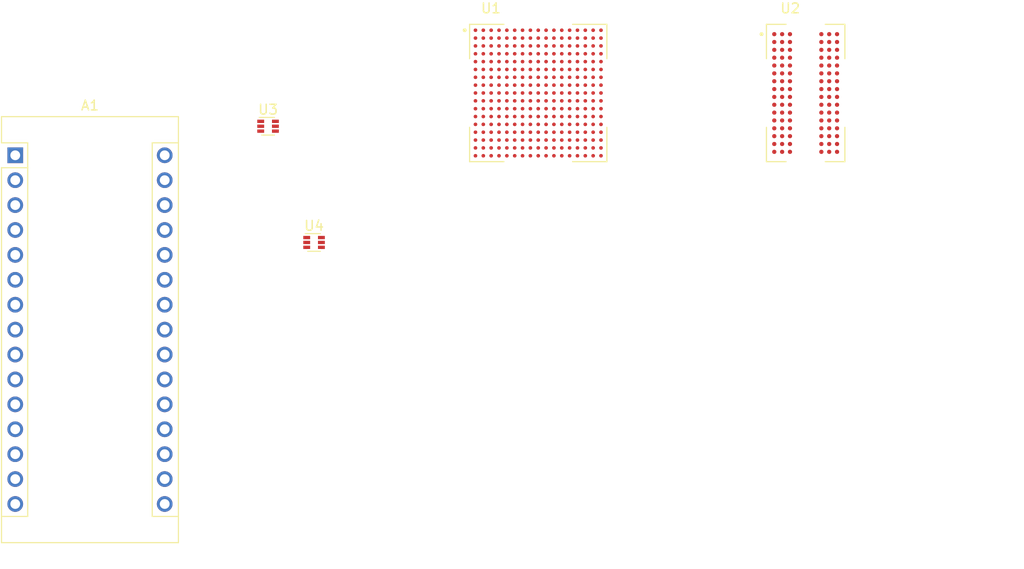
<source format=kicad_pcb>
(kicad_pcb (version 20211014) (generator pcbnew)
  (layers (0 "F.Cu" signal) (31 "B.Cu" signal) (34 "B.Paste" user) (35 "F.Paste" user) (36 "B.SilkS" user "B.Silkscreen") (37 "F.SilkS" user "F.Silkscreen") (38 "B.Mask" user) (39 "F.Mask" user) (44 "Edge.Cuts" user))
  (net 0 "")
  (net 1 "Net-(U1-PadA1)")
  (net 2 "/imx_mpu/mpu_f_sd/SD_DATA3")
  (net 17 "/imx_mpu/mpu_f_sd/SD_DATA2")
  (net 18 "/imx_mpu/mpu_f_sd/SD_DATA1")
  (net 19 "/imx_mpu/mpu_f_sd/SD_DATA0")
  (net 34 "/imx_mpu/mpu_f_sd/SD_CLK")
  (net 35 "/imx_mpu/mpu_f_sd/SD_CMD")
  (net 36 "DCDC_3v3")
  (net 82 "/imx_mpu/I2C2_SCL")
  (net 84 "Net-(U1-PadF10)")
  (net 89 "Net-(U1-PadG2)")
  (net 91 "/imx_mpu/mpu_b_dram/DRAM_RESET")
  (net 92 "Dram_1V35")
  (net 93 "/imx_mpu/I2C2_SDA")
  (net 94 "Net-(U1-PadG8)")
  (net 95 "Net-(U1-PadG10)")
  (net 96 "/imx_mpu/mpu_b_dram/DRAM_BA1")
  (net 100 "Net-(U1-PadH2)")
  (net 101 "Net-(U1-PadH4)")
  (net 103 "/imx_mpu/mpu_b_dram/DRAM_WE")
  (net 105 "Net-(U1-PadH12)")
  (net 106 "Net-(U1-PadH10)")
  (net 111 "/imx_mpu/mpu_b_dram/DRAM_CAS")
  (net 112 "Net-(U1-PadJ4)")
  (net 114 "Net-(U1-PadK1)")
  (net 120 "/imx_mpu/mpu_b_dram/DRAM_BA2")
  (net 121 "Net-(U1-PadK3)")
  (net 122 "Net-(U1-PadK4)")
  (net 123 "Net-(U1-PadL1)")
  (net 130 "Net-(U1-PadL2)")
  (net 131 "Net-(U1-PadL4)")
  (net 132 "Net-(U1-PadL5)")
  (net 133 "/imx_mpu/mpu_b_dram/DRAM_BA0")
  (net 134 "Net-(U1-PadL13)")
  (net 139 "Net-(U1-PadM2)")
  (net 140 "/imx_mpu/mpu_b_dram/DRAM_CKE")
  (net 141 "Net-(U1-PadM4)")
  (net 142 "/imx_mpu/mpu_b_dram/DRAM_RAS")
  (net 143 "GND")
  (net 144 "Net-(U1-PadM10)")
  (net 145 "/imx_mpu/mpu_a_io/TCK")
  (net 146 "/imx_mpu/mpu_b_dram/DRAM_ODT")
  (net 150 "/imx_mpu/mpu_b_dram/DRAM_CS0")
  (net 151 "Net-(U1-PadN4)")
  (net 152 "VDD_HIGH_CAP")
  (net 153 "/imx_mpu/mpu_a_io/JTAG_RESET")
  (net 160 "/imx_mpu/mpu_a_io/TDO")
  (net 161 "/imx_mpu/mpu_a_io/TDI")
  (net 162 "/imx_mpu/mpu_b_dram/DRAM_SDCLK0_P")
  (net 164 "/imx_mpu/mpu_b_dram/DRAM_SDCLK0_N")
  (net 165 "/imx_mpu/mpu_b_dram/Dram_vref")
  (net 166 "/imx_mpu/mpu_b_dram/DRAM_SDQS0_P")
  (net 167 "/imx_mpu/mpu_b_dram/DRAM_SDQS0_N")
  (net 168 "/imx_mpu/mpu_a_io/TMS")
  (net 175 "/imx_mpu/mpu_b_dram/DRAM_SDQS1_P")
  (net 183 "Net-(U1-PadR11)")
  (net 186 "Net-(U1-PadR14)")
  (net 187 "/imx_mpu/mpu_b_dram/DRAM_SDQS1_N")
  (net 188 "/imx_mpu/mpu_b_dram/DRAM_UDM")
  (net 189 "/imx_mpu/mpu_b_dram/DRAM_LDM")
  (net 190 "Net-(U1-PadT11)")
  (net 193 "/imx_mpu/USB1_VBUS")
  (net 194 "/imx_mpu/USB2_DN")
  (net 195 "/imx_mpu/USB1_DN")
  (net 196 "Net-(U1-PadT16)")
  (net 197 "Net-(U1-PadT17)")
  (net 198 "Net-(U1-PadU11)")
  (net 201 "/imx_mpu/USB2_VBUS")
  (net 202 "/imx_mpu/USB2_DP")
  (net 203 "/imx_mpu/USB1_DP")
  (net 204 "/imx_mpu/USB1_CHARGE_DETECT")
  (net 205 "Net-(U2-PadL8)")
  (net 209 "Net-(A1-Pad29)")
  (net 240 "Net-(U1-PadH13)")
  (net 241 "Net-(C46-Pad1)")
  (net 242 "Net-(C49-Pad2)")
  (net 243 "Net-(C49-Pad1)")
  (net 244 "Net-(R21-Pad2)")
  (net 245 "Net-(R23-Pad1)")
  (net 246 "3v3")
  (net 247 "Net-(C50-Pad2)")
  (net 250 "Net-(C50-Pad1)")
  (net 251 "/imx_mpu/mpu_b_dram/DAT13")
  (net 252 "/imx_mpu/mpu_b_dram/DAT12")
  (net 253 "/imx_mpu/mpu_b_dram/DAT15")
  (net 254 "/imx_mpu/mpu_b_dram/DAT14")
  (net 255 "/imx_mpu/mpu_b_dram/DAT11")
  (net 256 "/imx_mpu/mpu_b_dram/DAT00")
  (net 257 "/imx_mpu/mpu_b_dram/DAT06")
  (net 258 "/imx_mpu/mpu_b_dram/DAT02")
  (net 259 "/imx_mpu/mpu_b_dram/DAT05")
  (net 260 "/imx_mpu/mpu_b_dram/DAT08")
  (net 261 "/imx_mpu/mpu_b_dram/DAT09")
  (net 262 "/imx_mpu/mpu_b_dram/DAT07")
  (net 263 "/imx_mpu/mpu_b_dram/DAT10")
  (net 264 "/imx_mpu/mpu_b_dram/DAT01")
  (net 265 "/imx_mpu/mpu_b_dram/DAT03")
  (net 266 "/imx_mpu/mpu_b_dram/DAT04")
  (net 267 "Net-(C48-Pad2)")
  (net 268 "Net-(R26-Pad1)")
  (footprint "Package_TO_SOT_SMD:SOT-563" (layer "F.Cu") (at 109.22 109.22)
    (fp_text reference "U4" (at 0 -1.7) (layer "F.SilkS"))
    (fp_text value "AP62250Z6")
    (pad "1" smd rect (at -0.75 -0.5) (size 0.7 0.34) (layers "F.Cu" "F.Paste" "F.Mask") (net 246 "3v3"))
    (pad "2" smd rect (at -0.75 0) (size 0.7 0.34) (layers "F.Cu" "F.Paste" "F.Mask") (net 247 "Net-(C50-Pad2)"))
    (pad "3" smd rect (at -0.75 0.5) (size 0.7 0.34) (layers "F.Cu" "F.Paste" "F.Mask") (net 143 "GND"))
    (pad "4" smd rect (at 0.75 0.5) (size 0.7 0.34) (layers "F.Cu" "F.Paste" "F.Mask") (net 250 "Net-(C50-Pad1)"))
    (pad "5" smd rect (at 0.75 0) (size 0.7 0.34) (layers "F.Cu" "F.Paste" "F.Mask") (net 267 "Net-(C48-Pad2)"))
    (pad "6" smd rect (at 0.75 -0.5) (size 0.7 0.34) (layers "F.Cu" "F.Paste" "F.Mask") (net 268 "Net-(R26-Pad1)"))
  )
  (footprint "Module:Arduino_Nano" (layer "F.Cu") (at 78.75 100.33)
    (fp_text reference "A1" (at 7.62 -5.08) (layer "F.SilkS"))
    (fp_text value "Arduino_Nano_Every")
    (pad "1" thru_hole rect (at 0 0) (size 1.6 1.6) (drill 1) (layers *.Cu *.Mask))
    (pad "2" thru_hole oval (at 0 2.54) (size 1.6 1.6) (drill 1) (layers *.Cu *.Mask))
    (pad "3" thru_hole oval (at 0 5.08) (size 1.6 1.6) (drill 1) (layers *.Cu *.Mask))
    (pad "4" thru_hole oval (at 0 7.62) (size 1.6 1.6) (drill 1) (layers *.Cu *.Mask) (net 209 "Net-(A1-Pad29)"))
    (pad "5" thru_hole oval (at 0 10.16) (size 1.6 1.6) (drill 1) (layers *.Cu *.Mask))
    (pad "6" thru_hole oval (at 0 12.7) (size 1.6 1.6) (drill 1) (layers *.Cu *.Mask))
    (pad "7" thru_hole oval (at 0 15.24) (size 1.6 1.6) (drill 1) (layers *.Cu *.Mask))
    (pad "8" thru_hole oval (at 0 17.78) (size 1.6 1.6) (drill 1) (layers *.Cu *.Mask))
    (pad "9" thru_hole oval (at 0 20.32) (size 1.6 1.6) (drill 1) (layers *.Cu *.Mask))
    (pad "10" thru_hole oval (at 0 22.86) (size 1.6 1.6) (drill 1) (layers *.Cu *.Mask))
    (pad "11" thru_hole oval (at 0 25.4) (size 1.6 1.6) (drill 1) (layers *.Cu *.Mask))
    (pad "12" thru_hole oval (at 0 27.94) (size 1.6 1.6) (drill 1) (layers *.Cu *.Mask))
    (pad "13" thru_hole oval (at 0 30.48) (size 1.6 1.6) (drill 1) (layers *.Cu *.Mask))
    (pad "14" thru_hole oval (at 0 33.02) (size 1.6 1.6) (drill 1) (layers *.Cu *.Mask))
    (pad "15" thru_hole oval (at 0 35.56) (size 1.6 1.6) (drill 1) (layers *.Cu *.Mask))
    (pad "16" thru_hole oval (at 15.24 35.56) (size 1.6 1.6) (drill 1) (layers *.Cu *.Mask))
    (pad "17" thru_hole oval (at 15.24 33.02) (size 1.6 1.6) (drill 1) (layers *.Cu *.Mask))
    (pad "18" thru_hole oval (at 15.24 30.48) (size 1.6 1.6) (drill 1) (layers *.Cu *.Mask))
    (pad "19" thru_hole oval (at 15.24 27.94) (size 1.6 1.6) (drill 1) (layers *.Cu *.Mask))
    (pad "20" thru_hole oval (at 15.24 25.4) (size 1.6 1.6) (drill 1) (layers *.Cu *.Mask))
    (pad "21" thru_hole oval (at 15.24 22.86) (size 1.6 1.6) (drill 1) (layers *.Cu *.Mask))
    (pad "22" thru_hole oval (at 15.24 20.32) (size 1.6 1.6) (drill 1) (layers *.Cu *.Mask))
    (pad "23" thru_hole oval (at 15.24 17.78) (size 1.6 1.6) (drill 1) (layers *.Cu *.Mask))
    (pad "24" thru_hole oval (at 15.24 15.24) (size 1.6 1.6) (drill 1) (layers *.Cu *.Mask))
    (pad "25" thru_hole oval (at 15.24 12.7) (size 1.6 1.6) (drill 1) (layers *.Cu *.Mask))
    (pad "26" thru_hole oval (at 15.24 10.16) (size 1.6 1.6) (drill 1) (layers *.Cu *.Mask))
    (pad "27" thru_hole oval (at 15.24 7.62) (size 1.6 1.6) (drill 1) (layers *.Cu *.Mask))
    (pad "28" thru_hole oval (at 15.24 5.08) (size 1.6 1.6) (drill 1) (layers *.Cu *.Mask))
    (pad "29" thru_hole oval (at 15.24 2.54) (size 1.6 1.6) (drill 1) (layers *.Cu *.Mask) (net 209 "Net-(A1-Pad29)"))
    (pad "30" thru_hole oval (at 15.24 0) (size 1.6 1.6) (drill 1) (layers *.Cu *.Mask))
  )
  (footprint "Package_TO_SOT_SMD:SOT-563" (layer "F.Cu") (at 104.53 97.37)
    (fp_text reference "U3" (at 0 -1.7) (layer "F.SilkS"))
    (fp_text value "AP62250Z6")
    (pad "1" smd rect (at -0.75 -0.5) (size 0.7 0.34) (layers "F.Cu" "F.Paste" "F.Mask") (net 241 "Net-(C46-Pad1)"))
    (pad "2" smd rect (at -0.75 0) (size 0.7 0.34) (layers "F.Cu" "F.Paste" "F.Mask") (net 242 "Net-(C49-Pad2)"))
    (pad "3" smd rect (at -0.75 0.5) (size 0.7 0.34) (layers "F.Cu" "F.Paste" "F.Mask") (net 143 "GND"))
    (pad "4" smd rect (at 0.75 0.5) (size 0.7 0.34) (layers "F.Cu" "F.Paste" "F.Mask") (net 243 "Net-(C49-Pad1)"))
    (pad "5" smd rect (at 0.75 0) (size 0.7 0.34) (layers "F.Cu" "F.Paste" "F.Mask") (net 244 "Net-(R21-Pad2)"))
    (pad "6" smd rect (at 0.75 -0.5) (size 0.7 0.34) (layers "F.Cu" "F.Paste" "F.Mask") (net 245 "Net-(R23-Pad1)"))
  )
  (footprint "mb_nxp_mcu_mpu:BGA289C80P17X17_1400X1400X132" (layer "F.Cu") (at 132.08 93.98)
    (fp_text reference "U1" (at -4.825 -8.635) (layer "F.SilkS"))
    (fp_text value "MCIMX6Z0DVM09AB")
    (pad "A1" smd circle (at -6.4 -6.4) (size 0.37 0.37) (layers "F.Cu" "F.Paste" "F.Mask") (net 1 "Net-(U1-PadA1)"))
    (pad "A2" smd circle (at -5.6 -6.4) (size 0.37 0.37) (layers "F.Cu" "F.Paste" "F.Mask") (net 2 "/imx_mpu/mpu_f_sd/SD_DATA3"))
    (pad "A3" smd circle (at -4.8 -6.4) (size 0.37 0.37) (layers "F.Cu" "F.Paste" "F.Mask"))
    (pad "A4" smd circle (at -4 -6.4) (size 0.37 0.37) (layers "F.Cu" "F.Paste" "F.Mask"))
    (pad "A5" smd circle (at -3.2 -6.4) (size 0.37 0.37) (layers "F.Cu" "F.Paste" "F.Mask"))
    (pad "A6" smd circle (at -2.4 -6.4) (size 0.37 0.37) (layers "F.Cu" "F.Paste" "F.Mask"))
    (pad "A7" smd circle (at -1.6 -6.4) (size 0.37 0.37) (layers "F.Cu" "F.Paste" "F.Mask"))
    (pad "A8" smd circle (at -0.8 -6.4) (size 0.37 0.37) (layers "F.Cu" "F.Paste" "F.Mask"))
    (pad "A9" smd circle (at 0 -6.4) (size 0.37 0.37) (layers "F.Cu" "F.Paste" "F.Mask"))
    (pad "A10" smd circle (at 0.8 -6.4) (size 0.37 0.37) (layers "F.Cu" "F.Paste" "F.Mask"))
    (pad "A11" smd circle (at 1.6 -6.4) (size 0.37 0.37) (layers "F.Cu" "F.Paste" "F.Mask"))
    (pad "A12" smd circle (at 2.4 -6.4) (size 0.37 0.37) (layers "F.Cu" "F.Paste" "F.Mask"))
    (pad "A13" smd circle (at 3.2 -6.4) (size 0.37 0.37) (layers "F.Cu" "F.Paste" "F.Mask"))
    (pad "A14" smd circle (at 4 -6.4) (size 0.37 0.37) (layers "F.Cu" "F.Paste" "F.Mask"))
    (pad "A15" smd circle (at 4.8 -6.4) (size 0.37 0.37) (layers "F.Cu" "F.Paste" "F.Mask"))
    (pad "A16" smd circle (at 5.6 -6.4) (size 0.37 0.37) (layers "F.Cu" "F.Paste" "F.Mask"))
    (pad "A17" smd circle (at 6.4 -6.4) (size 0.37 0.37) (layers "F.Cu" "F.Paste" "F.Mask") (net 1 "Net-(U1-PadA1)"))
    (pad "B1" smd circle (at -6.4 -5.6) (size 0.37 0.37) (layers "F.Cu" "F.Paste" "F.Mask") (net 17 "/imx_mpu/mpu_f_sd/SD_DATA2"))
    (pad "B2" smd circle (at -5.6 -5.6) (size 0.37 0.37) (layers "F.Cu" "F.Paste" "F.Mask") (net 18 "/imx_mpu/mpu_f_sd/SD_DATA1"))
    (pad "B3" smd circle (at -4.8 -5.6) (size 0.37 0.37) (layers "F.Cu" "F.Paste" "F.Mask") (net 19 "/imx_mpu/mpu_f_sd/SD_DATA0"))
    (pad "B4" smd circle (at -4 -5.6) (size 0.37 0.37) (layers "F.Cu" "F.Paste" "F.Mask"))
    (pad "B5" smd circle (at -3.2 -5.6) (size 0.37 0.37) (layers "F.Cu" "F.Paste" "F.Mask"))
    (pad "B6" smd circle (at -2.4 -5.6) (size 0.37 0.37) (layers "F.Cu" "F.Paste" "F.Mask"))
    (pad "B7" smd circle (at -1.6 -5.6) (size 0.37 0.37) (layers "F.Cu" "F.Paste" "F.Mask"))
    (pad "B8" smd circle (at -0.8 -5.6) (size 0.37 0.37) (layers "F.Cu" "F.Paste" "F.Mask"))
    (pad "B9" smd circle (at 0 -5.6) (size 0.37 0.37) (layers "F.Cu" "F.Paste" "F.Mask"))
    (pad "B10" smd circle (at 0.8 -5.6) (size 0.37 0.37) (layers "F.Cu" "F.Paste" "F.Mask"))
    (pad "B11" smd circle (at 1.6 -5.6) (size 0.37 0.37) (layers "F.Cu" "F.Paste" "F.Mask"))
    (pad "B12" smd circle (at 2.4 -5.6) (size 0.37 0.37) (layers "F.Cu" "F.Paste" "F.Mask"))
    (pad "B13" smd circle (at 3.2 -5.6) (size 0.37 0.37) (layers "F.Cu" "F.Paste" "F.Mask"))
    (pad "B14" smd circle (at 4 -5.6) (size 0.37 0.37) (layers "F.Cu" "F.Paste" "F.Mask"))
    (pad "B15" smd circle (at 4.8 -5.6) (size 0.37 0.37) (layers "F.Cu" "F.Paste" "F.Mask"))
    (pad "B16" smd circle (at 5.6 -5.6) (size 0.37 0.37) (layers "F.Cu" "F.Paste" "F.Mask"))
    (pad "B17" smd circle (at 6.4 -5.6) (size 0.37 0.37) (layers "F.Cu" "F.Paste" "F.Mask"))
    (pad "C1" smd circle (at -6.4 -4.8) (size 0.37 0.37) (layers "F.Cu" "F.Paste" "F.Mask") (net 34 "/imx_mpu/mpu_f_sd/SD_CLK"))
    (pad "C2" smd circle (at -5.6 -4.8) (size 0.37 0.37) (layers "F.Cu" "F.Paste" "F.Mask") (net 35 "/imx_mpu/mpu_f_sd/SD_CMD"))
    (pad "C3" smd circle (at -4.8 -4.8) (size 0.37 0.37) (layers "F.Cu" "F.Paste" "F.Mask") (net 1 "Net-(U1-PadA1)"))
    (pad "C4" smd circle (at -4 -4.8) (size 0.37 0.37) (layers "F.Cu" "F.Paste" "F.Mask") (net 36 "DCDC_3v3"))
    (pad "C5" smd circle (at -3.2 -4.8) (size 0.37 0.37) (layers "F.Cu" "F.Paste" "F.Mask"))
    (pad "C6" smd circle (at -2.4 -4.8) (size 0.37 0.37) (layers "F.Cu" "F.Paste" "F.Mask"))
    (pad "C7" smd circle (at -1.6 -4.8) (size 0.37 0.37) (layers "F.Cu" "F.Paste" "F.Mask") (net 1 "Net-(U1-PadA1)"))
    (pad "C8" smd circle (at -0.8 -4.8) (size 0.37 0.37) (layers "F.Cu" "F.Paste" "F.Mask"))
    (pad "C9" smd circle (at 0 -4.8) (size 0.37 0.37) (layers "F.Cu" "F.Paste" "F.Mask"))
    (pad "C10" smd circle (at 0.8 -4.8) (size 0.37 0.37) (layers "F.Cu" "F.Paste" "F.Mask"))
    (pad "C11" smd circle (at 1.6 -4.8) (size 0.37 0.37) (layers "F.Cu" "F.Paste" "F.Mask") (net 1 "Net-(U1-PadA1)"))
    (pad "C12" smd circle (at 2.4 -4.8) (size 0.37 0.37) (layers "F.Cu" "F.Paste" "F.Mask"))
    (pad "C13" smd circle (at 3.2 -4.8) (size 0.37 0.37) (layers "F.Cu" "F.Paste" "F.Mask"))
    (pad "C14" smd circle (at 4 -4.8) (size 0.37 0.37) (layers "F.Cu" "F.Paste" "F.Mask"))
    (pad "C15" smd circle (at 4.8 -4.8) (size 0.37 0.37) (layers "F.Cu" "F.Paste" "F.Mask") (net 1 "Net-(U1-PadA1)"))
    (pad "C16" smd circle (at 5.6 -4.8) (size 0.37 0.37) (layers "F.Cu" "F.Paste" "F.Mask"))
    (pad "C17" smd circle (at 6.4 -4.8) (size 0.37 0.37) (layers "F.Cu" "F.Paste" "F.Mask"))
    (pad "D1" smd circle (at -6.4 -4) (size 0.37 0.37) (layers "F.Cu" "F.Paste" "F.Mask"))
    (pad "D2" smd circle (at -5.6 -4) (size 0.37 0.37) (layers "F.Cu" "F.Paste" "F.Mask"))
    (pad "D3" smd circle (at -4.8 -4) (size 0.37 0.37) (layers "F.Cu" "F.Paste" "F.Mask"))
    (pad "D4" smd circle (at -4 -4) (size 0.37 0.37) (layers "F.Cu" "F.Paste" "F.Mask"))
    (pad "D5" smd circle (at -3.2 -4) (size 0.37 0.37) (layers "F.Cu" "F.Paste" "F.Mask"))
    (pad "D6" smd circle (at -2.4 -4) (size 0.37 0.37) (layers "F.Cu" "F.Paste" "F.Mask"))
    (pad "D7" smd circle (at -1.6 -4) (size 0.37 0.37) (layers "F.Cu" "F.Paste" "F.Mask"))
    (pad "D8" smd circle (at -0.8 -4) (size 0.37 0.37) (layers "F.Cu" "F.Paste" "F.Mask"))
    (pad "D9" smd circle (at 0 -4) (size 0.37 0.37) (layers "F.Cu" "F.Paste" "F.Mask"))
    (pad "D10" smd circle (at 0.8 -4) (size 0.37 0.37) (layers "F.Cu" "F.Paste" "F.Mask"))
    (pad "D11" smd circle (at 1.6 -4) (size 0.37 0.37) (layers "F.Cu" "F.Paste" "F.Mask"))
    (pad "D12" smd circle (at 2.4 -4) (size 0.37 0.37) (layers "F.Cu" "F.Paste" "F.Mask"))
    (pad "D13" smd circle (at 3.2 -4) (size 0.37 0.37) (layers "F.Cu" "F.Paste" "F.Mask"))
    (pad "D14" smd circle (at 4 -4) (size 0.37 0.37) (layers "F.Cu" "F.Paste" "F.Mask"))
    (pad "D15" smd circle (at 4.8 -4) (size 0.37 0.37) (layers "F.Cu" "F.Paste" "F.Mask"))
    (pad "D16" smd circle (at 5.6 -4) (size 0.37 0.37) (layers "F.Cu" "F.Paste" "F.Mask"))
    (pad "D17" smd circle (at 6.4 -4) (size 0.37 0.37) (layers "F.Cu" "F.Paste" "F.Mask"))
    (pad "E1" smd circle (at -6.4 -3.2) (size 0.37 0.37) (layers "F.Cu" "F.Paste" "F.Mask"))
    (pad "E2" smd circle (at -5.6 -3.2) (size 0.37 0.37) (layers "F.Cu" "F.Paste" "F.Mask"))
    (pad "E3" smd circle (at -4.8 -3.2) (size 0.37 0.37) (layers "F.Cu" "F.Paste" "F.Mask"))
    (pad "E4" smd circle (at -4 -3.2) (size 0.37 0.37) (layers "F.Cu" "F.Paste" "F.Mask"))
    (pad "E5" smd circle (at -3.2 -3.2) (size 0.37 0.37) (layers "F.Cu" "F.Paste" "F.Mask"))
    (pad "E6" smd circle (at -2.4 -3.2) (size 0.37 0.37) (layers "F.Cu" "F.Paste" "F.Mask"))
    (pad "E7" smd circle (at -1.6 -3.2) (size 0.37 0.37) (layers "F.Cu" "F.Paste" "F.Mask"))
    (pad "E8" smd circle (at -0.8 -3.2) (size 0.37 0.37) (layers "F.Cu" "F.Paste" "F.Mask") (net 1 "Net-(U1-PadA1)"))
    (pad "E9" smd circle (at 0 -3.2) (size 0.37 0.37) (layers "F.Cu" "F.Paste" "F.Mask"))
    (pad "E10" smd circle (at 0.8 -3.2) (size 0.37 0.37) (layers "F.Cu" "F.Paste" "F.Mask"))
    (pad "E11" smd circle (at 1.6 -3.2) (size 0.37 0.37) (layers "F.Cu" "F.Paste" "F.Mask") (net 1 "Net-(U1-PadA1)"))
    (pad "E12" smd circle (at 2.4 -3.2) (size 0.37 0.37) (layers "F.Cu" "F.Paste" "F.Mask"))
    (pad "E13" smd circle (at 3.2 -3.2) (size 0.37 0.37) (layers "F.Cu" "F.Paste" "F.Mask"))
    (pad "E14" smd circle (at 4 -3.2) (size 0.37 0.37) (layers "F.Cu" "F.Paste" "F.Mask"))
    (pad "E15" smd circle (at 4.8 -3.2) (size 0.37 0.37) (layers "F.Cu" "F.Paste" "F.Mask"))
    (pad "E16" smd circle (at 5.6 -3.2) (size 0.37 0.37) (layers "F.Cu" "F.Paste" "F.Mask"))
    (pad "E17" smd circle (at 6.4 -3.2) (size 0.37 0.37) (layers "F.Cu" "F.Paste" "F.Mask"))
    (pad "F1" smd circle (at -6.4 -2.4) (size 0.37 0.37) (layers "F.Cu" "F.Paste" "F.Mask"))
    (pad "F2" smd circle (at -5.6 -2.4) (size 0.37 0.37) (layers "F.Cu" "F.Paste" "F.Mask"))
    (pad "F3" smd circle (at -4.8 -2.4) (size 0.37 0.37) (layers "F.Cu" "F.Paste" "F.Mask"))
    (pad "F4" smd circle (at -4 -2.4) (size 0.37 0.37) (layers "F.Cu" "F.Paste" "F.Mask") (net 36 "DCDC_3v3"))
    (pad "F5" smd circle (at -3.2 -2.4) (size 0.37 0.37) (layers "F.Cu" "F.Paste" "F.Mask"))
    (pad "F6" smd circle (at -2.4 -2.4) (size 0.37 0.37) (layers "F.Cu" "F.Paste" "F.Mask") (net 1 "Net-(U1-PadA1)"))
    (pad "F7" smd circle (at -1.6 -2.4) (size 0.37 0.37) (layers "F.Cu" "F.Paste" "F.Mask") (net 1 "Net-(U1-PadA1)"))
    (pad "F8" smd circle (at -0.8 -2.4) (size 0.37 0.37) (layers "F.Cu" "F.Paste" "F.Mask") (net 84 "Net-(U1-PadF10)"))
    (pad "F9" smd circle (at 0 -2.4) (size 0.37 0.37) (layers "F.Cu" "F.Paste" "F.Mask") (net 84 "Net-(U1-PadF10)"))
    (pad "F10" smd circle (at 0.8 -2.4) (size 0.37 0.37) (layers "F.Cu" "F.Paste" "F.Mask") (net 84 "Net-(U1-PadF10)"))
    (pad "F11" smd circle (at 1.6 -2.4) (size 0.37 0.37) (layers "F.Cu" "F.Paste" "F.Mask") (net 84 "Net-(U1-PadF10)"))
    (pad "F12" smd circle (at 2.4 -2.4) (size 0.37 0.37) (layers "F.Cu" "F.Paste" "F.Mask") (net 84 "Net-(U1-PadF10)"))
    (pad "F13" smd circle (at 3.2 -2.4) (size 0.37 0.37) (layers "F.Cu" "F.Paste" "F.Mask"))
    (pad "F14" smd circle (at 4 -2.4) (size 0.37 0.37) (layers "F.Cu" "F.Paste" "F.Mask"))
    (pad "F15" smd circle (at 4.8 -2.4) (size 0.37 0.37) (layers "F.Cu" "F.Paste" "F.Mask"))
    (pad "F16" smd circle (at 5.6 -2.4) (size 0.37 0.37) (layers "F.Cu" "F.Paste" "F.Mask"))
    (pad "F17" smd circle (at 6.4 -2.4) (size 0.37 0.37) (layers "F.Cu" "F.Paste" "F.Mask") (net 82 "/imx_mpu/I2C2_SCL"))
    (pad "G1" smd circle (at -6.4 -1.6) (size 0.37 0.37) (layers "F.Cu" "F.Paste" "F.Mask"))
    (pad "G2" smd circle (at -5.6 -1.6) (size 0.37 0.37) (layers "F.Cu" "F.Paste" "F.Mask") (net 89 "Net-(U1-PadG2)"))
    (pad "G3" smd circle (at -4.8 -1.6) (size 0.37 0.37) (layers "F.Cu" "F.Paste" "F.Mask") (net 84 "Net-(U1-PadF10)"))
    (pad "G4" smd circle (at -4 -1.6) (size 0.37 0.37) (layers "F.Cu" "F.Paste" "F.Mask") (net 91 "/imx_mpu/mpu_b_dram/DRAM_RESET"))
    (pad "G5" smd circle (at -3.2 -1.6) (size 0.37 0.37) (layers "F.Cu" "F.Paste" "F.Mask") (net 84 "Net-(U1-PadF10)"))
    (pad "G6" smd circle (at -2.4 -1.6) (size 0.37 0.37) (layers "F.Cu" "F.Paste" "F.Mask") (net 92 "Dram_1V35"))
    (pad "G7" smd circle (at -1.6 -1.6) (size 0.37 0.37) (layers "F.Cu" "F.Paste" "F.Mask") (net 84 "Net-(U1-PadF10)"))
    (pad "G8" smd circle (at -0.8 -1.6) (size 0.37 0.37) (layers "F.Cu" "F.Paste" "F.Mask") (net 94 "Net-(U1-PadG8)"))
    (pad "G9" smd circle (at 0 -1.6) (size 0.37 0.37) (layers "F.Cu" "F.Paste" "F.Mask") (net 95 "Net-(U1-PadG10)"))
    (pad "G10" smd circle (at 0.8 -1.6) (size 0.37 0.37) (layers "F.Cu" "F.Paste" "F.Mask") (net 95 "Net-(U1-PadG10)"))
    (pad "G11" smd circle (at 1.6 -1.6) (size 0.37 0.37) (layers "F.Cu" "F.Paste" "F.Mask") (net 95 "Net-(U1-PadG10)"))
    (pad "G12" smd circle (at 2.4 -1.6) (size 0.37 0.37) (layers "F.Cu" "F.Paste" "F.Mask") (net 84 "Net-(U1-PadF10)"))
    (pad "G13" smd circle (at 3.2 -1.6) (size 0.37 0.37) (layers "F.Cu" "F.Paste" "F.Mask") (net 93 "/imx_mpu/I2C2_SDA"))
    (pad "G14" smd circle (at 4 -1.6) (size 0.37 0.37) (layers "F.Cu" "F.Paste" "F.Mask"))
    (pad "G15" smd circle (at 4.8 -1.6) (size 0.37 0.37) (layers "F.Cu" "F.Paste" "F.Mask") (net 84 "Net-(U1-PadF10)"))
    (pad "G16" smd circle (at 5.6 -1.6) (size 0.37 0.37) (layers "F.Cu" "F.Paste" "F.Mask"))
    (pad "G17" smd circle (at 6.4 -1.6) (size 0.37 0.37) (layers "F.Cu" "F.Paste" "F.Mask"))
    (pad "H1" smd circle (at -6.4 -0.8) (size 0.37 0.37) (layers "F.Cu" "F.Paste" "F.Mask") (net 96 "/imx_mpu/mpu_b_dram/DRAM_BA1"))
    (pad "H2" smd circle (at -5.6 -0.8) (size 0.37 0.37) (layers "F.Cu" "F.Paste" "F.Mask") (net 100 "Net-(U1-PadH2)"))
    (pad "H3" smd circle (at -4.8 -0.8) (size 0.37 0.37) (layers "F.Cu" "F.Paste" "F.Mask"))
    (pad "H4" smd circle (at -4 -0.8) (size 0.37 0.37) (layers "F.Cu" "F.Paste" "F.Mask") (net 101 "Net-(U1-PadH4)"))
    (pad "H5" smd circle (at -3.2 -0.8) (size 0.37 0.37) (layers "F.Cu" "F.Paste" "F.Mask"))
    (pad "H6" smd circle (at -2.4 -0.8) (size 0.37 0.37) (layers "F.Cu" "F.Paste" "F.Mask") (net 92 "Dram_1V35"))
    (pad "H7" smd circle (at -1.6 -0.8) (size 0.37 0.37) (layers "F.Cu" "F.Paste" "F.Mask") (net 105 "Net-(U1-PadH12)"))
    (pad "H8" smd circle (at -0.8 -0.8) (size 0.37 0.37) (layers "F.Cu" "F.Paste" "F.Mask") (net 94 "Net-(U1-PadG8)"))
    (pad "H9" smd circle (at 0 -0.8) (size 0.37 0.37) (layers "F.Cu" "F.Paste" "F.Mask") (net 106 "Net-(U1-PadH10)"))
    (pad "H10" smd circle (at 0.8 -0.8) (size 0.37 0.37) (layers "F.Cu" "F.Paste" "F.Mask") (net 106 "Net-(U1-PadH10)"))
    (pad "H11" smd circle (at 1.6 -0.8) (size 0.37 0.37) (layers "F.Cu" "F.Paste" "F.Mask") (net 95 "Net-(U1-PadG10)"))
    (pad "H12" smd circle (at 2.4 -0.8) (size 0.37 0.37) (layers "F.Cu" "F.Paste" "F.Mask") (net 105 "Net-(U1-PadH12)"))
    (pad "H13" smd circle (at 3.2 -0.8) (size 0.37 0.37) (layers "F.Cu" "F.Paste" "F.Mask") (net 240 "Net-(U1-PadH13)"))
    (pad "H14" smd circle (at 4 -0.8) (size 0.37 0.37) (layers "F.Cu" "F.Paste" "F.Mask"))
    (pad "H15" smd circle (at 4.8 -0.8) (size 0.37 0.37) (layers "F.Cu" "F.Paste" "F.Mask"))
    (pad "H16" smd circle (at 5.6 -0.8) (size 0.37 0.37) (layers "F.Cu" "F.Paste" "F.Mask"))
    (pad "H17" smd circle (at 6.4 -0.8) (size 0.37 0.37) (layers "F.Cu" "F.Paste" "F.Mask"))
    (pad "J1" smd circle (at -6.4 0) (size 0.37 0.37) (layers "F.Cu" "F.Paste" "F.Mask") (net 103 "/imx_mpu/mpu_b_dram/DRAM_WE"))
    (pad "J2" smd circle (at -5.6 0) (size 0.37 0.37) (layers "F.Cu" "F.Paste" "F.Mask") (net 111 "/imx_mpu/mpu_b_dram/DRAM_CAS"))
    (pad "J3" smd circle (at -4.8 0) (size 0.37 0.37) (layers "F.Cu" "F.Paste" "F.Mask"))
    (pad "J4" smd circle (at -4 0) (size 0.37 0.37) (layers "F.Cu" "F.Paste" "F.Mask") (net 112 "Net-(U1-PadJ4)"))
    (pad "J5" smd circle (at -3.2 0) (size 0.37 0.37) (layers "F.Cu" "F.Paste" "F.Mask") (net 105 "Net-(U1-PadH12)"))
    (pad "J6" smd circle (at -2.4 0) (size 0.37 0.37) (layers "F.Cu" "F.Paste" "F.Mask") (net 92 "Dram_1V35"))
    (pad "J7" smd circle (at -1.6 0) (size 0.37 0.37) (layers "F.Cu" "F.Paste" "F.Mask") (net 105 "Net-(U1-PadH12)"))
    (pad "J8" smd circle (at -0.8 0) (size 0.37 0.37) (layers "F.Cu" "F.Paste" "F.Mask") (net 94 "Net-(U1-PadG8)"))
    (pad "J9" smd circle (at 0 0) (size 0.37 0.37) (layers "F.Cu" "F.Paste" "F.Mask") (net 106 "Net-(U1-PadH10)"))
    (pad "J10" smd circle (at 0.8 0) (size 0.37 0.37) (layers "F.Cu" "F.Paste" "F.Mask") (net 106 "Net-(U1-PadH10)"))
    (pad "J11" smd circle (at 1.6 0) (size 0.37 0.37) (layers "F.Cu" "F.Paste" "F.Mask") (net 94 "Net-(U1-PadG8)"))
    (pad "J12" smd circle (at 2.4 0) (size 0.37 0.37) (layers "F.Cu" "F.Paste" "F.Mask") (net 105 "Net-(U1-PadH12)"))
    (pad "J13" smd circle (at 3.2 0) (size 0.37 0.37) (layers "F.Cu" "F.Paste" "F.Mask"))
    (pad "J14" smd circle (at 4 0) (size 0.37 0.37) (layers "F.Cu" "F.Paste" "F.Mask"))
    (pad "J15" smd circle (at 4.8 0) (size 0.37 0.37) (layers "F.Cu" "F.Paste" "F.Mask"))
    (pad "J16" smd circle (at 5.6 0) (size 0.37 0.37) (layers "F.Cu" "F.Paste" "F.Mask"))
    (pad "J17" smd circle (at 6.4 0) (size 0.37 0.37) (layers "F.Cu" "F.Paste" "F.Mask"))
    (pad "K1" smd circle (at -6.4 0.8) (size 0.37 0.37) (layers "F.Cu" "F.Paste" "F.Mask") (net 114 "Net-(U1-PadK1)"))
    (pad "K2" smd circle (at -5.6 0.8) (size 0.37 0.37) (layers "F.Cu" "F.Paste" "F.Mask") (net 120 "/imx_mpu/mpu_b_dram/DRAM_BA2"))
    (pad "K3" smd circle (at -4.8 0.8) (size 0.37 0.37) (layers "F.Cu" "F.Paste" "F.Mask") (net 121 "Net-(U1-PadK3)"))
    (pad "K4" smd circle (at -4 0.8) (size 0.37 0.37) (layers "F.Cu" "F.Paste" "F.Mask") (net 122 "Net-(U1-PadK4)"))
    (pad "K5" smd circle (at -3.2 0.8) (size 0.37 0.37) (layers "F.Cu" "F.Paste" "F.Mask"))
    (pad "K6" smd circle (at -2.4 0.8) (size 0.37 0.37) (layers "F.Cu" "F.Paste" "F.Mask") (net 92 "Dram_1V35"))
    (pad "K7" smd circle (at -1.6 0.8) (size 0.37 0.37) (layers "F.Cu" "F.Paste" "F.Mask") (net 105 "Net-(U1-PadH12)"))
    (pad "K8" smd circle (at -0.8 0.8) (size 0.37 0.37) (layers "F.Cu" "F.Paste" "F.Mask") (net 94 "Net-(U1-PadG8)"))
    (pad "K9" smd circle (at 0 0.8) (size 0.37 0.37) (layers "F.Cu" "F.Paste" "F.Mask") (net 106 "Net-(U1-PadH10)"))
    (pad "K10" smd circle (at 0.8 0.8) (size 0.37 0.37) (layers "F.Cu" "F.Paste" "F.Mask") (net 106 "Net-(U1-PadH10)"))
    (pad "K11" smd circle (at 1.6 0.8) (size 0.37 0.37) (layers "F.Cu" "F.Paste" "F.Mask") (net 94 "Net-(U1-PadG8)"))
    (pad "K12" smd circle (at 2.4 0.8) (size 0.37 0.37) (layers "F.Cu" "F.Paste" "F.Mask") (net 105 "Net-(U1-PadH12)"))
    (pad "K13" smd circle (at 3.2 0.8) (size 0.37 0.37) (layers "F.Cu" "F.Paste" "F.Mask"))
    (pad "K14" smd circle (at 4 0.8) (size 0.37 0.37) (layers "F.Cu" "F.Paste" "F.Mask"))
    (pad "K15" smd circle (at 4.8 0.8) (size 0.37 0.37) (layers "F.Cu" "F.Paste" "F.Mask"))
    (pad "K16" smd circle (at 5.6 0.8) (size 0.37 0.37) (layers "F.Cu" "F.Paste" "F.Mask"))
    (pad "K17" smd circle (at 6.4 0.8) (size 0.37 0.37) (layers "F.Cu" "F.Paste" "F.Mask"))
    (pad "L1" smd circle (at -6.4 1.6) (size 0.37 0.37) (layers "F.Cu" "F.Paste" "F.Mask") (net 123 "Net-(U1-PadL1)"))
    (pad "L2" smd circle (at -5.6 1.6) (size 0.37 0.37) (layers "F.Cu" "F.Paste" "F.Mask") (net 130 "Net-(U1-PadL2)"))
    (pad "L3" smd circle (at -4.8 1.6) (size 0.37 0.37) (layers "F.Cu" "F.Paste" "F.Mask") (net 105 "Net-(U1-PadH12)"))
    (pad "L4" smd circle (at -4 1.6) (size 0.37 0.37) (layers "F.Cu" "F.Paste" "F.Mask") (net 131 "Net-(U1-PadL4)"))
    (pad "L5" smd circle (at -3.2 1.6) (size 0.37 0.37) (layers "F.Cu" "F.Paste" "F.Mask") (net 132 "Net-(U1-PadL5)"))
    (pad "L6" smd circle (at -2.4 1.6) (size 0.37 0.37) (layers "F.Cu" "F.Paste" "F.Mask") (net 92 "Dram_1V35"))
    (pad "L7" smd circle (at -1.6 1.6) (size 0.37 0.37) (layers "F.Cu" "F.Paste" "F.Mask") (net 105 "Net-(U1-PadH12)"))
    (pad "L8" smd circle (at -0.8 1.6) (size 0.37 0.37) (layers "F.Cu" "F.Paste" "F.Mask") (net 94 "Net-(U1-PadG8)"))
    (pad "L9" smd circle (at 0 1.6) (size 0.37 0.37) (layers "F.Cu" "F.Paste" "F.Mask") (net 94 "Net-(U1-PadG8)"))
    (pad "L10" smd circle (at 0.8 1.6) (size 0.37 0.37) (layers "F.Cu" "F.Paste" "F.Mask") (net 94 "Net-(U1-PadG8)"))
    (pad "L11" smd circle (at 1.6 1.6) (size 0.37 0.37) (layers "F.Cu" "F.Paste" "F.Mask") (net 94 "Net-(U1-PadG8)"))
    (pad "L12" smd circle (at 2.4 1.6) (size 0.37 0.37) (layers "F.Cu" "F.Paste" "F.Mask") (net 105 "Net-(U1-PadH12)"))
    (pad "L13" smd circle (at 3.2 1.6) (size 0.37 0.37) (layers "F.Cu" "F.Paste" "F.Mask") (net 134 "Net-(U1-PadL13)"))
    (pad "L14" smd circle (at 4 1.6) (size 0.37 0.37) (layers "F.Cu" "F.Paste" "F.Mask"))
    (pad "L15" smd circle (at 4.8 1.6) (size 0.37 0.37) (layers "F.Cu" "F.Paste" "F.Mask"))
    (pad "L16" smd circle (at 5.6 1.6) (size 0.37 0.37) (layers "F.Cu" "F.Paste" "F.Mask"))
    (pad "L17" smd circle (at 6.4 1.6) (size 0.37 0.37) (layers "F.Cu" "F.Paste" "F.Mask"))
    (pad "M1" smd circle (at -6.4 2.4) (size 0.37 0.37) (layers "F.Cu" "F.Paste" "F.Mask") (net 133 "/imx_mpu/mpu_b_dram/DRAM_BA0"))
    (pad "M2" smd circle (at -5.6 2.4) (size 0.37 0.37) (layers "F.Cu" "F.Paste" "F.Mask") (net 139 "Net-(U1-PadM2)"))
    (pad "M3" smd circle (at -4.8 2.4) (size 0.37 0.37) (layers "F.Cu" "F.Paste" "F.Mask") (net 140 "/imx_mpu/mpu_b_dram/DRAM_CKE"))
    (pad "M4" smd circle (at -4 2.4) (size 0.37 0.37) (layers "F.Cu" "F.Paste" "F.Mask") (net 141 "Net-(U1-PadM4)"))
    (pad "M5" smd circle (at -3.2 2.4) (size 0.37 0.37) (layers "F.Cu" "F.Paste" "F.Mask") (net 142 "/imx_mpu/mpu_b_dram/DRAM_RAS"))
    (pad "M6" smd circle (at -2.4 2.4) (size 0.37 0.37) (layers "F.Cu" "F.Paste" "F.Mask") (net 92 "Dram_1V35"))
    (pad "M7" smd circle (at -1.6 2.4) (size 0.37 0.37) (layers "F.Cu" "F.Paste" "F.Mask") (net 144 "Net-(U1-PadM10)"))
    (pad "M8" smd circle (at -0.8 2.4) (size 0.37 0.37) (layers "F.Cu" "F.Paste" "F.Mask") (net 144 "Net-(U1-PadM10)"))
    (pad "M9" smd circle (at 0 2.4) (size 0.37 0.37) (layers "F.Cu" "F.Paste" "F.Mask") (net 144 "Net-(U1-PadM10)"))
    (pad "M10" smd circle (at 0.8 2.4) (size 0.37 0.37) (layers "F.Cu" "F.Paste" "F.Mask") (net 144 "Net-(U1-PadM10)"))
    (pad "M11" smd circle (at 1.6 2.4) (size 0.37 0.37) (layers "F.Cu" "F.Paste" "F.Mask") (net 144 "Net-(U1-PadM10)"))
    (pad "M12" smd circle (at 2.4 2.4) (size 0.37 0.37) (layers "F.Cu" "F.Paste" "F.Mask") (net 143 "GND"))
    (pad "M13" smd circle (at 3.2 2.4) (size 0.37 0.37) (layers "F.Cu" "F.Paste" "F.Mask") (net 134 "Net-(U1-PadL13)"))
    (pad "M14" smd circle (at 4 2.4) (size 0.37 0.37) (layers "F.Cu" "F.Paste" "F.Mask") (net 145 "/imx_mpu/mpu_a_io/TCK"))
    (pad "M15" smd circle (at 4.8 2.4) (size 0.37 0.37) (layers "F.Cu" "F.Paste" "F.Mask"))
    (pad "M16" smd circle (at 5.6 2.4) (size 0.37 0.37) (layers "F.Cu" "F.Paste" "F.Mask"))
    (pad "M17" smd circle (at 6.4 2.4) (size 0.37 0.37) (layers "F.Cu" "F.Paste" "F.Mask"))
    (pad "N1" smd circle (at -6.4 3.2) (size 0.37 0.37) (layers "F.Cu" "F.Paste" "F.Mask") (net 146 "/imx_mpu/mpu_b_dram/DRAM_ODT"))
    (pad "N2" smd circle (at -5.6 3.2) (size 0.37 0.37) (layers "F.Cu" "F.Paste" "F.Mask") (net 150 "/imx_mpu/mpu_b_dram/DRAM_CS0"))
    (pad "N3" smd circle (at -4.8 3.2) (size 0.37 0.37) (layers "F.Cu" "F.Paste" "F.Mask") (net 144 "Net-(U1-PadM10)"))
    (pad "N4" smd circle (at -4 3.2) (size 0.37 0.37) (layers "F.Cu" "F.Paste" "F.Mask") (net 151 "Net-(U1-PadN4)"))
    (pad "N5" smd circle (at -3.2 3.2) (size 0.37 0.37) (layers "F.Cu" "F.Paste" "F.Mask") (net 144 "Net-(U1-PadM10)"))
    (pad "N6" smd circle (at -2.4 3.2) (size 0.37 0.37) (layers "F.Cu" "F.Paste" "F.Mask") (net 152 "VDD_HIGH_CAP"))
    (pad "N7" smd circle (at -1.6 3.2) (size 0.37 0.37) (layers "F.Cu" "F.Paste" "F.Mask"))
    (pad "N8" smd circle (at -0.8 3.2) (size 0.37 0.37) (layers "F.Cu" "F.Paste" "F.Mask"))
    (pad "N9" smd circle (at 0 3.2) (size 0.37 0.37) (layers "F.Cu" "F.Paste" "F.Mask"))
    (pad "N10" smd circle (at 0.8 3.2) (size 0.37 0.37) (layers "F.Cu" "F.Paste" "F.Mask"))
    (pad "N11" smd circle (at 1.6 3.2) (size 0.37 0.37) (layers "F.Cu" "F.Paste" "F.Mask"))
    (pad "N12" smd circle (at 2.4 3.2) (size 0.37 0.37) (layers "F.Cu" "F.Paste" "F.Mask"))
    (pad "N13" smd circle (at 3.2 3.2) (size 0.37 0.37) (layers "F.Cu" "F.Paste" "F.Mask") (net 134 "Net-(U1-PadL13)"))
    (pad "N14" smd circle (at 4 3.2) (size 0.37 0.37) (layers "F.Cu" "F.Paste" "F.Mask") (net 153 "/imx_mpu/mpu_a_io/JTAG_RESET"))
    (pad "N15" smd circle (at 4.8 3.2) (size 0.37 0.37) (layers "F.Cu" "F.Paste" "F.Mask") (net 160 "/imx_mpu/mpu_a_io/TDO"))
    (pad "N16" smd circle (at 5.6 3.2) (size 0.37 0.37) (layers "F.Cu" "F.Paste" "F.Mask") (net 161 "/imx_mpu/mpu_a_io/TDI"))
    (pad "N17" smd circle (at 6.4 3.2) (size 0.37 0.37) (layers "F.Cu" "F.Paste" "F.Mask"))
    (pad "P1" smd circle (at -6.4 4) (size 0.37 0.37) (layers "F.Cu" "F.Paste" "F.Mask") (net 162 "/imx_mpu/mpu_b_dram/DRAM_SDCLK0_P"))
    (pad "P2" smd circle (at -5.6 4) (size 0.37 0.37) (layers "F.Cu" "F.Paste" "F.Mask") (net 164 "/imx_mpu/mpu_b_dram/DRAM_SDCLK0_N"))
    (pad "P3" smd circle (at -4.8 4) (size 0.37 0.37) (layers "F.Cu" "F.Paste" "F.Mask") (net 251 "/imx_mpu/mpu_b_dram/DAT13"))
    (pad "P4" smd circle (at -4 4) (size 0.37 0.37) (layers "F.Cu" "F.Paste" "F.Mask") (net 165 "/imx_mpu/mpu_b_dram/Dram_vref"))
    (pad "P5" smd circle (at -3.2 4) (size 0.37 0.37) (layers "F.Cu" "F.Paste" "F.Mask") (net 252 "/imx_mpu/mpu_b_dram/DAT12"))
    (pad "P6" smd circle (at -2.4 4) (size 0.37 0.37) (layers "F.Cu" "F.Paste" "F.Mask") (net 166 "/imx_mpu/mpu_b_dram/DRAM_SDQS0_P"))
    (pad "P7" smd circle (at -1.6 4) (size 0.37 0.37) (layers "F.Cu" "F.Paste" "F.Mask") (net 167 "/imx_mpu/mpu_b_dram/DRAM_SDQS0_N"))
    (pad "P8" smd circle (at -0.8 4) (size 0.37 0.37) (layers "F.Cu" "F.Paste" "F.Mask"))
    (pad "P9" smd circle (at 0 4) (size 0.37 0.37) (layers "F.Cu" "F.Paste" "F.Mask"))
    (pad "P10" smd circle (at 0.8 4) (size 0.37 0.37) (layers "F.Cu" "F.Paste" "F.Mask"))
    (pad "P11" smd circle (at 1.6 4) (size 0.37 0.37) (layers "F.Cu" "F.Paste" "F.Mask"))
    (pad "P12" smd circle (at 2.4 4) (size 0.37 0.37) (layers "F.Cu" "F.Paste" "F.Mask"))
    (pad "P13" smd circle (at 3.2 4) (size 0.37 0.37) (layers "F.Cu" "F.Paste" "F.Mask"))
    (pad "P14" smd circle (at 4 4) (size 0.37 0.37) (layers "F.Cu" "F.Paste" "F.Mask") (net 168 "/imx_mpu/mpu_a_io/TMS"))
    (pad "P15" smd circle (at 4.8 4) (size 0.37 0.37) (layers "F.Cu" "F.Paste" "F.Mask"))
    (pad "P16" smd circle (at 5.6 4) (size 0.37 0.37) (layers "F.Cu" "F.Paste" "F.Mask"))
    (pad "P17" smd circle (at 6.4 4) (size 0.37 0.37) (layers "F.Cu" "F.Paste" "F.Mask"))
    (pad "R1" smd circle (at -6.4 4.8) (size 0.37 0.37) (layers "F.Cu" "F.Paste" "F.Mask") (net 253 "/imx_mpu/mpu_b_dram/DAT15"))
    (pad "R2" smd circle (at -5.6 4.8) (size 0.37 0.37) (layers "F.Cu" "F.Paste" "F.Mask") (net 254 "/imx_mpu/mpu_b_dram/DAT14"))
    (pad "R3" smd circle (at -4.8 4.8) (size 0.37 0.37) (layers "F.Cu" "F.Paste" "F.Mask") (net 144 "Net-(U1-PadM10)"))
    (pad "R4" smd circle (at -4 4.8) (size 0.37 0.37) (layers "F.Cu" "F.Paste" "F.Mask") (net 255 "/imx_mpu/mpu_b_dram/DAT11"))
    (pad "R5" smd circle (at -3.2 4.8) (size 0.37 0.37) (layers "F.Cu" "F.Paste" "F.Mask") (net 144 "Net-(U1-PadM10)"))
    (pad "R6" smd circle (at -2.4 4.8) (size 0.37 0.37) (layers "F.Cu" "F.Paste" "F.Mask"))
    (pad "R7" smd circle (at -1.6 4.8) (size 0.37 0.37) (layers "F.Cu" "F.Paste" "F.Mask") (net 144 "Net-(U1-PadM10)"))
    (pad "R8" smd circle (at -0.8 4.8) (size 0.37 0.37) (layers "F.Cu" "F.Paste" "F.Mask"))
    (pad "R9" smd circle (at 0 4.8) (size 0.37 0.37) (layers "F.Cu" "F.Paste" "F.Mask"))
    (pad "R10" smd circle (at 0.8 4.8) (size 0.37 0.37) (layers "F.Cu" "F.Paste" "F.Mask"))
    (pad "R11" smd circle (at 1.6 4.8) (size 0.37 0.37) (layers "F.Cu" "F.Paste" "F.Mask") (net 183 "Net-(U1-PadR11)"))
    (pad "R12" smd circle (at 2.4 4.8) (size 0.37 0.37) (layers "F.Cu" "F.Paste" "F.Mask"))
    (pad "R13" smd circle (at 3.2 4.8) (size 0.37 0.37) (layers "F.Cu" "F.Paste" "F.Mask"))
    (pad "R14" smd circle (at 4 4.8) (size 0.37 0.37) (layers "F.Cu" "F.Paste" "F.Mask") (net 186 "Net-(U1-PadR14)"))
    (pad "R15" smd circle (at 4.8 4.8) (size 0.37 0.37) (layers "F.Cu" "F.Paste" "F.Mask") (net 186 "Net-(U1-PadR14)"))
    (pad "R16" smd circle (at 5.6 4.8) (size 0.37 0.37) (layers "F.Cu" "F.Paste" "F.Mask") (net 183 "Net-(U1-PadR11)"))
    (pad "R17" smd circle (at 6.4 4.8) (size 0.37 0.37) (layers "F.Cu" "F.Paste" "F.Mask") (net 183 "Net-(U1-PadR11)"))
    (pad "T1" smd circle (at -6.4 5.6) (size 0.37 0.37) (layers "F.Cu" "F.Paste" "F.Mask") (net 175 "/imx_mpu/mpu_b_dram/DRAM_SDQS1_P"))
    (pad "T2" smd circle (at -5.6 5.6) (size 0.37 0.37) (layers "F.Cu" "F.Paste" "F.Mask") (net 187 "/imx_mpu/mpu_b_dram/DRAM_SDQS1_N"))
    (pad "T3" smd circle (at -4.8 5.6) (size 0.37 0.37) (layers "F.Cu" "F.Paste" "F.Mask") (net 188 "/imx_mpu/mpu_b_dram/DRAM_UDM"))
    (pad "T4" smd circle (at -4 5.6) (size 0.37 0.37) (layers "F.Cu" "F.Paste" "F.Mask") (net 256 "/imx_mpu/mpu_b_dram/DAT00"))
    (pad "T5" smd circle (at -3.2 5.6) (size 0.37 0.37) (layers "F.Cu" "F.Paste" "F.Mask") (net 257 "/imx_mpu/mpu_b_dram/DAT06"))
    (pad "T6" smd circle (at -2.4 5.6) (size 0.37 0.37) (layers "F.Cu" "F.Paste" "F.Mask") (net 258 "/imx_mpu/mpu_b_dram/DAT02"))
    (pad "T7" smd circle (at -1.6 5.6) (size 0.37 0.37) (layers "F.Cu" "F.Paste" "F.Mask") (net 189 "/imx_mpu/mpu_b_dram/DRAM_LDM"))
    (pad "T8" smd circle (at -0.8 5.6) (size 0.37 0.37) (layers "F.Cu" "F.Paste" "F.Mask") (net 259 "/imx_mpu/mpu_b_dram/DAT05"))
    (pad "T9" smd circle (at 0 5.6) (size 0.37 0.37) (layers "F.Cu" "F.Paste" "F.Mask"))
    (pad "T10" smd circle (at 0.8 5.6) (size 0.37 0.37) (layers "F.Cu" "F.Paste" "F.Mask"))
    (pad "T11" smd circle (at 1.6 5.6) (size 0.37 0.37) (layers "F.Cu" "F.Paste" "F.Mask") (net 190 "Net-(U1-PadT11)"))
    (pad "T12" smd circle (at 2.4 5.6) (size 0.37 0.37) (layers "F.Cu" "F.Paste" "F.Mask") (net 193 "/imx_mpu/USB1_VBUS"))
    (pad "T13" smd circle (at 3.2 5.6) (size 0.37 0.37) (layers "F.Cu" "F.Paste" "F.Mask") (net 194 "/imx_mpu/USB2_DN"))
    (pad "T14" smd circle (at 4 5.6) (size 0.37 0.37) (layers "F.Cu" "F.Paste" "F.Mask") (net 183 "Net-(U1-PadR11)"))
    (pad "T15" smd circle (at 4.8 5.6) (size 0.37 0.37) (layers "F.Cu" "F.Paste" "F.Mask") (net 195 "/imx_mpu/USB1_DN"))
    (pad "T16" smd circle (at 5.6 5.6) (size 0.37 0.37) (layers "F.Cu" "F.Paste" "F.Mask") (net 196 "Net-(U1-PadT16)"))
    (pad "T17" smd circle (at 6.4 5.6) (size 0.37 0.37) (layers "F.Cu" "F.Paste" "F.Mask") (net 197 "Net-(U1-PadT17)"))
    (pad "U1" smd circle (at -6.4 6.4) (size 0.37 0.37) (layers "F.Cu" "F.Paste" "F.Mask") (net 183 "Net-(U1-PadR11)"))
    (pad "U2" smd circle (at -5.6 6.4) (size 0.37 0.37) (layers "F.Cu" "F.Paste" "F.Mask") (net 260 "/imx_mpu/mpu_b_dram/DAT08"))
    (pad "U3" smd circle (at -4.8 6.4) (size 0.37 0.37) (layers "F.Cu" "F.Paste" "F.Mask") (net 261 "/imx_mpu/mpu_b_dram/DAT09"))
    (pad "U4" smd circle (at -4 6.4) (size 0.37 0.37) (layers "F.Cu" "F.Paste" "F.Mask") (net 262 "/imx_mpu/mpu_b_dram/DAT07"))
    (pad "U5" smd circle (at -3.2 6.4) (size 0.37 0.37) (layers "F.Cu" "F.Paste" "F.Mask") (net 263 "/imx_mpu/mpu_b_dram/DAT10"))
    (pad "U6" smd circle (at -2.4 6.4) (size 0.37 0.37) (layers "F.Cu" "F.Paste" "F.Mask") (net 264 "/imx_mpu/mpu_b_dram/DAT01"))
    (pad "U7" smd circle (at -1.6 6.4) (size 0.37 0.37) (layers "F.Cu" "F.Paste" "F.Mask") (net 265 "/imx_mpu/mpu_b_dram/DAT03"))
    (pad "U8" smd circle (at -0.8 6.4) (size 0.37 0.37) (layers "F.Cu" "F.Paste" "F.Mask") (net 266 "/imx_mpu/mpu_b_dram/DAT04"))
    (pad "U9" smd circle (at 0 6.4) (size 0.37 0.37) (layers "F.Cu" "F.Paste" "F.Mask"))
    (pad "U10" smd circle (at 0.8 6.4) (size 0.37 0.37) (layers "F.Cu" "F.Paste" "F.Mask"))
    (pad "U11" smd circle (at 1.6 6.4) (size 0.37 0.37) (layers "F.Cu" "F.Paste" "F.Mask") (net 198 "Net-(U1-PadU11)"))
    (pad "U12" smd circle (at 2.4 6.4) (size 0.37 0.37) (layers "F.Cu" "F.Paste" "F.Mask") (net 201 "/imx_mpu/USB2_VBUS"))
    (pad "U13" smd circle (at 3.2 6.4) (size 0.37 0.37) (layers "F.Cu" "F.Paste" "F.Mask") (net 202 "/imx_mpu/USB2_DP"))
    (pad "U14" smd circle (at 4 6.4) (size 0.37 0.37) (layers "F.Cu" "F.Paste" "F.Mask") (net 183 "Net-(U1-PadR11)"))
    (pad "U15" smd circle (at 4.8 6.4) (size 0.37 0.37) (layers "F.Cu" "F.Paste" "F.Mask") (net 203 "/imx_mpu/USB1_DP"))
    (pad "U16" smd circle (at 5.6 6.4) (size 0.37 0.37) (layers "F.Cu" "F.Paste" "F.Mask") (net 204 "/imx_mpu/USB1_CHARGE_DETECT"))
    (pad "U17" smd circle (at 6.4 6.4) (size 0.37 0.37) (layers "F.Cu" "F.Paste" "F.Mask") (net 183 "Net-(U1-PadR11)"))
  )
  (footprint "md_micron_dram:BGA96C80P9X16_1400X800X120N" (layer "F.Cu") (at 159.35 93.98)
    (fp_text reference "U2" (at -1.575 -8.635) (layer "F.SilkS"))
    (fp_text value "MT41K64M16TW-107:J_TR")
    (pad "A1" smd circle (at -3.2 -6) (size 0.43 0.43) (layers "F.Cu" "F.Paste" "F.Mask") (net 92 "Dram_1V35"))
    (pad "A2" smd circle (at -2.4 -6) (size 0.43 0.43) (layers "F.Cu" "F.Paste" "F.Mask") (net 251 "/imx_mpu/mpu_b_dram/DAT13"))
    (pad "A3" smd circle (at -1.6 -6) (size 0.43 0.43) (layers "F.Cu" "F.Paste" "F.Mask") (net 253 "/imx_mpu/mpu_b_dram/DAT15"))
    (pad "A7" smd circle (at 1.6 -6) (size 0.43 0.43) (layers "F.Cu" "F.Paste" "F.Mask") (net 252 "/imx_mpu/mpu_b_dram/DAT12"))
    (pad "A8" smd circle (at 2.4 -6) (size 0.43 0.43) (layers "F.Cu" "F.Paste" "F.Mask") (net 92 "Dram_1V35"))
    (pad "A9" smd circle (at 3.2 -6) (size 0.43 0.43) (layers "F.Cu" "F.Paste" "F.Mask") (net 143 "GND"))
    (pad "B1" smd circle (at -3.2 -5.2) (size 0.43 0.43) (layers "F.Cu" "F.Paste" "F.Mask") (net 143 "GND"))
    (pad "B2" smd circle (at -2.4 -5.2) (size 0.43 0.43) (layers "F.Cu" "F.Paste" "F.Mask") (net 92 "Dram_1V35"))
    (pad "B3" smd circle (at -1.6 -5.2) (size 0.43 0.43) (layers "F.Cu" "F.Paste" "F.Mask") (net 143 "GND"))
    (pad "B7" smd circle (at 1.6 -5.2) (size 0.43 0.43) (layers "F.Cu" "F.Paste" "F.Mask") (net 187 "/imx_mpu/mpu_b_dram/DRAM_SDQS1_N"))
    (pad "B8" smd circle (at 2.4 -5.2) (size 0.43 0.43) (layers "F.Cu" "F.Paste" "F.Mask") (net 254 "/imx_mpu/mpu_b_dram/DAT14"))
    (pad "B9" smd circle (at 3.2 -5.2) (size 0.43 0.43) (layers "F.Cu" "F.Paste" "F.Mask") (net 143 "GND"))
    (pad "C1" smd circle (at -3.2 -4.4) (size 0.43 0.43) (layers "F.Cu" "F.Paste" "F.Mask") (net 92 "Dram_1V35"))
    (pad "C2" smd circle (at -2.4 -4.4) (size 0.43 0.43) (layers "F.Cu" "F.Paste" "F.Mask") (net 255 "/imx_mpu/mpu_b_dram/DAT11"))
    (pad "C3" smd circle (at -1.6 -4.4) (size 0.43 0.43) (layers "F.Cu" "F.Paste" "F.Mask") (net 261 "/imx_mpu/mpu_b_dram/DAT09"))
    (pad "C7" smd circle (at 1.6 -4.4) (size 0.43 0.43) (layers "F.Cu" "F.Paste" "F.Mask") (net 175 "/imx_mpu/mpu_b_dram/DRAM_SDQS1_P"))
    (pad "C8" smd circle (at 2.4 -4.4) (size 0.43 0.43) (layers "F.Cu" "F.Paste" "F.Mask") (net 263 "/imx_mpu/mpu_b_dram/DAT10"))
    (pad "C9" smd circle (at 3.2 -4.4) (size 0.43 0.43) (layers "F.Cu" "F.Paste" "F.Mask") (net 92 "Dram_1V35"))
    (pad "D1" smd circle (at -3.2 -3.6) (size 0.43 0.43) (layers "F.Cu" "F.Paste" "F.Mask") (net 143 "GND"))
    (pad "D2" smd circle (at -2.4 -3.6) (size 0.43 0.43) (layers "F.Cu" "F.Paste" "F.Mask") (net 92 "Dram_1V35"))
    (pad "D3" smd circle (at -1.6 -3.6) (size 0.43 0.43) (layers "F.Cu" "F.Paste" "F.Mask") (net 188 "/imx_mpu/mpu_b_dram/DRAM_UDM"))
    (pad "D7" smd circle (at 1.6 -3.6) (size 0.43 0.43) (layers "F.Cu" "F.Paste" "F.Mask") (net 260 "/imx_mpu/mpu_b_dram/DAT08"))
    (pad "D8" smd circle (at 2.4 -3.6) (size 0.43 0.43) (layers "F.Cu" "F.Paste" "F.Mask") (net 143 "GND"))
    (pad "D9" smd circle (at 3.2 -3.6) (size 0.43 0.43) (layers "F.Cu" "F.Paste" "F.Mask") (net 92 "Dram_1V35"))
    (pad "E1" smd circle (at -3.2 -2.8) (size 0.43 0.43) (layers "F.Cu" "F.Paste" "F.Mask") (net 143 "GND"))
    (pad "E2" smd circle (at -2.4 -2.8) (size 0.43 0.43) (layers "F.Cu" "F.Paste" "F.Mask") (net 143 "GND"))
    (pad "E3" smd circle (at -1.6 -2.8) (size 0.43 0.43) (layers "F.Cu" "F.Paste" "F.Mask") (net 256 "/imx_mpu/mpu_b_dram/DAT00"))
    (pad "E7" smd circle (at 1.6 -2.8) (size 0.43 0.43) (layers "F.Cu" "F.Paste" "F.Mask") (net 189 "/imx_mpu/mpu_b_dram/DRAM_LDM"))
    (pad "E8" smd circle (at 2.4 -2.8) (size 0.43 0.43) (layers "F.Cu" "F.Paste" "F.Mask") (net 143 "GND"))
    (pad "E9" smd circle (at 3.2 -2.8) (size 0.43 0.43) (layers "F.Cu" "F.Paste" "F.Mask") (net 92 "Dram_1V35"))
    (pad "F1" smd circle (at -3.2 -2) (size 0.43 0.43) (layers "F.Cu" "F.Paste" "F.Mask") (net 92 "Dram_1V35"))
    (pad "F2" smd circle (at -2.4 -2) (size 0.43 0.43) (layers "F.Cu" "F.Paste" "F.Mask") (net 258 "/imx_mpu/mpu_b_dram/DAT02"))
    (pad "F3" smd circle (at -1.6 -2) (size 0.43 0.43) (layers "F.Cu" "F.Paste" "F.Mask") (net 166 "/imx_mpu/mpu_b_dram/DRAM_SDQS0_P"))
    (pad "F7" smd circle (at 1.6 -2) (size 0.43 0.43) (layers "F.Cu" "F.Paste" "F.Mask") (net 264 "/imx_mpu/mpu_b_dram/DAT01"))
    (pad "F8" smd circle (at 2.4 -2) (size 0.43 0.43) (layers "F.Cu" "F.Paste" "F.Mask") (net 265 "/imx_mpu/mpu_b_dram/DAT03"))
    (pad "F9" smd circle (at 3.2 -2) (size 0.43 0.43) (layers "F.Cu" "F.Paste" "F.Mask") (net 143 "GND"))
    (pad "G1" smd circle (at -3.2 -1.2) (size 0.43 0.43) (layers "F.Cu" "F.Paste" "F.Mask") (net 143 "GND"))
    (pad "G2" smd circle (at -2.4 -1.2) (size 0.43 0.43) (layers "F.Cu" "F.Paste" "F.Mask") (net 257 "/imx_mpu/mpu_b_dram/DAT06"))
    (pad "G3" smd circle (at -1.6 -1.2) (size 0.43 0.43) (layers "F.Cu" "F.Paste" "F.Mask") (net 167 "/imx_mpu/mpu_b_dram/DRAM_SDQS0_N"))
    (pad "G7" smd circle (at 1.6 -1.2) (size 0.43 0.43) (layers "F.Cu" "F.Paste" "F.Mask") (net 92 "Dram_1V35"))
    (pad "G8" smd circle (at 2.4 -1.2) (size 0.43 0.43) (layers "F.Cu" "F.Paste" "F.Mask") (net 143 "GND"))
    (pad "G9" smd circle (at 3.2 -1.2) (size 0.43 0.43) (layers "F.Cu" "F.Paste" "F.Mask") (net 143 "GND"))
    (pad "H1" smd circle (at -3.2 -0.4) (size 0.43 0.43) (layers "F.Cu" "F.Paste" "F.Mask") (net 165 "/imx_mpu/mpu_b_dram/Dram_vref"))
    (pad "H2" smd circle (at -2.4 -0.4) (size 0.43 0.43) (layers "F.Cu" "F.Paste" "F.Mask") (net 92 "Dram_1V35"))
    (pad "H3" smd circle (at -1.6 -0.4) (size 0.43 0.43) (layers "F.Cu" "F.Paste" "F.Mask") (net 266 "/imx_mpu/mpu_b_dram/DAT04"))
    (pad "H7" smd circle (at 1.6 -0.4) (size 0.43 0.43) (layers "F.Cu" "F.Paste" "F.Mask") (net 262 "/imx_mpu/mpu_b_dram/DAT07"))
    (pad "H8" smd circle (at 2.4 -0.4) (size 0.43 0.43) (layers "F.Cu" "F.Paste" "F.Mask") (net 259 "/imx_mpu/mpu_b_dram/DAT05"))
    (pad "H9" smd circle (at 3.2 -0.4) (size 0.43 0.43) (layers "F.Cu" "F.Paste" "F.Mask") (net 92 "Dram_1V35"))
    (pad "J1" smd circle (at -3.2 0.4) (size 0.43 0.43) (layers "F.Cu" "F.Paste" "F.Mask"))
    (pad "J2" smd circle (at -2.4 0.4) (size 0.43 0.43) (layers "F.Cu" "F.Paste" "F.Mask") (net 143 "GND"))
    (pad "J3" smd circle (at -1.6 0.4) (size 0.43 0.43) (layers "F.Cu" "F.Paste" "F.Mask") (net 142 "/imx_mpu/mpu_b_dram/DRAM_RAS"))
    (pad "J7" smd circle (at 1.6 0.4) (size 0.43 0.43) (layers "F.Cu" "F.Paste" "F.Mask") (net 162 "/imx_mpu/mpu_b_dram/DRAM_SDCLK0_P"))
    (pad "J8" smd circle (at 2.4 0.4) (size 0.43 0.43) (layers "F.Cu" "F.Paste" "F.Mask") (net 143 "GND"))
    (pad "J9" smd circle (at 3.2 0.4) (size 0.43 0.43) (layers "F.Cu" "F.Paste" "F.Mask"))
    (pad "K1" smd circle (at -3.2 1.2) (size 0.43 0.43) (layers "F.Cu" "F.Paste" "F.Mask") (net 146 "/imx_mpu/mpu_b_dram/DRAM_ODT"))
    (pad "K2" smd circle (at -2.4 1.2) (size 0.43 0.43) (layers "F.Cu" "F.Paste" "F.Mask") (net 92 "Dram_1V35"))
    (pad "K3" smd circle (at -1.6 1.2) (size 0.43 0.43) (layers "F.Cu" "F.Paste" "F.Mask") (net 111 "/imx_mpu/mpu_b_dram/DRAM_CAS"))
    (pad "K7" smd circle (at 1.6 1.2) (size 0.43 0.43) (layers "F.Cu" "F.Paste" "F.Mask") (net 164 "/imx_mpu/mpu_b_dram/DRAM_SDCLK0_N"))
    (pad "K8" smd circle (at 2.4 1.2) (size 0.43 0.43) (layers "F.Cu" "F.Paste" "F.Mask") (net 92 "Dram_1V35"))
    (pad "K9" smd circle (at 3.2 1.2) (size 0.43 0.43) (layers "F.Cu" "F.Paste" "F.Mask") (net 140 "/imx_mpu/mpu_b_dram/DRAM_CKE"))
    (pad "L1" smd circle (at -3.2 2) (size 0.43 0.43) (layers "F.Cu" "F.Paste" "F.Mask"))
    (pad "L2" smd circle (at -2.4 2) (size 0.43 0.43) (layers "F.Cu" "F.Paste" "F.Mask") (net 150 "/imx_mpu/mpu_b_dram/DRAM_CS0"))
    (pad "L3" smd circle (at -1.6 2) (size 0.43 0.43) (layers "F.Cu" "F.Paste" "F.Mask") (net 103 "/imx_mpu/mpu_b_dram/DRAM_WE"))
    (pad "L7" smd circle (at 1.6 2) (size 0.43 0.43) (layers "F.Cu" "F.Paste" "F.Mask") (net 141 "Net-(U1-PadM4)"))
    (pad "L8" smd circle (at 2.4 2) (size 0.43 0.43) (layers "F.Cu" "F.Paste" "F.Mask") (net 205 "Net-(U2-PadL8)"))
    (pad "L9" smd circle (at 3.2 2) (size 0.43 0.43) (layers "F.Cu" "F.Paste" "F.Mask"))
    (pad "M1" smd circle (at -3.2 2.8) (size 0.43 0.43) (layers "F.Cu" "F.Paste" "F.Mask") (net 143 "GND"))
    (pad "M2" smd circle (at -2.4 2.8) (size 0.43 0.43) (layers "F.Cu" "F.Paste" "F.Mask") (net 133 "/imx_mpu/mpu_b_dram/DRAM_BA0"))
    (pad "M3" smd circle (at -1.6 2.8) (size 0.43 0.43) (layers "F.Cu" "F.Paste" "F.Mask") (net 120 "/imx_mpu/mpu_b_dram/DRAM_BA2"))
    (pad "M7" smd circle (at 1.6 2.8) (size 0.43 0.43) (layers "F.Cu" "F.Paste" "F.Mask"))
    (pad "M8" smd circle (at 2.4 2.8) (size 0.43 0.43) (layers "F.Cu" "F.Paste" "F.Mask") (net 165 "/imx_mpu/mpu_b_dram/Dram_vref"))
    (pad "M9" smd circle (at 3.2 2.8) (size 0.43 0.43) (layers "F.Cu" "F.Paste" "F.Mask") (net 143 "GND"))
    (pad "N1" smd circle (at -3.2 3.6) (size 0.43 0.43) (layers "F.Cu" "F.Paste" "F.Mask") (net 92 "Dram_1V35"))
    (pad "N2" smd circle (at -2.4 3.6) (size 0.43 0.43) (layers "F.Cu" "F.Paste" "F.Mask") (net 139 "Net-(U1-PadM2)"))
    (pad "N3" smd circle (at -1.6 3.6) (size 0.43 0.43) (layers "F.Cu" "F.Paste" "F.Mask") (net 132 "Net-(U1-PadL5)"))
    (pad "N7" smd circle (at 1.6 3.6) (size 0.43 0.43) (layers "F.Cu" "F.Paste" "F.Mask") (net 131 "Net-(U1-PadL4)"))
    (pad "N8" smd circle (at 2.4 3.6) (size 0.43 0.43) (layers "F.Cu" "F.Paste" "F.Mask") (net 96 "/imx_mpu/mpu_b_dram/DRAM_BA1"))
    (pad "N9" smd circle (at 3.2 3.6) (size 0.43 0.43) (layers "F.Cu" "F.Paste" "F.Mask") (net 92 "Dram_1V35"))
    (pad "P1" smd circle (at -3.2 4.4) (size 0.43 0.43) (layers "F.Cu" "F.Paste" "F.Mask") (net 143 "GND"))
    (pad "P2" smd circle (at -2.4 4.4) (size 0.43 0.43) (layers "F.Cu" "F.Paste" "F.Mask") (net 123 "Net-(U1-PadL1)"))
    (pad "P3" smd circle (at -1.6 4.4) (size 0.43 0.43) (layers "F.Cu" "F.Paste" "F.Mask") (net 114 "Net-(U1-PadK1)"))
    (pad "P7" smd circle (at 1.6 4.4) (size 0.43 0.43) (layers "F.Cu" "F.Paste" "F.Mask") (net 100 "Net-(U1-PadH2)"))
    (pad "P8" smd circle (at 2.4 4.4) (size 0.43 0.43) (layers "F.Cu" "F.Paste" "F.Mask") (net 122 "Net-(U1-PadK4)"))
    (pad "P9" smd circle (at 3.2 4.4) (size 0.43 0.43) (layers "F.Cu" "F.Paste" "F.Mask") (net 143 "GND"))
    (pad "R1" smd circle (at -3.2 5.2) (size 0.43 0.43) (layers "F.Cu" "F.Paste" "F.Mask") (net 92 "Dram_1V35"))
    (pad "R2" smd circle (at -2.4 5.2) (size 0.43 0.43) (layers "F.Cu" "F.Paste" "F.Mask") (net 101 "Net-(U1-PadH4)"))
    (pad "R3" smd circle (at -1.6 5.2) (size 0.43 0.43) (layers "F.Cu" "F.Paste" "F.Mask") (net 130 "Net-(U1-PadL2)"))
    (pad "R7" smd circle (at 1.6 5.2) (size 0.43 0.43) (layers "F.Cu" "F.Paste" "F.Mask") (net 121 "Net-(U1-PadK3)"))
    (pad "R8" smd circle (at 2.4 5.2) (size 0.43 0.43) (layers "F.Cu" "F.Paste" "F.Mask") (net 89 "Net-(U1-PadG2)"))
    (pad "R9" smd circle (at 3.2 5.2) (size 0.43 0.43) (layers "F.Cu" "F.Paste" "F.Mask") (net 92 "Dram_1V35"))
    (pad "T1" smd circle (at -3.2 6) (size 0.43 0.43) (layers "F.Cu" "F.Paste" "F.Mask") (net 143 "GND"))
    (pad "T2" smd circle (at -2.4 6) (size 0.43 0.43) (layers "F.Cu" "F.Paste" "F.Mask") (net 91 "/imx_mpu/mpu_b_dram/DRAM_RESET"))
    (pad "T3" smd circle (at -1.6 6) (size 0.43 0.43) (layers "F.Cu" "F.Paste" "F.Mask"))
    (pad "T7" smd circle (at 1.6 6) (size 0.43 0.43) (layers "F.Cu" "F.Paste" "F.Mask"))
    (pad "T8" smd circle (at 2.4 6) (size 0.43 0.43) (layers "F.Cu" "F.Paste" "F.Mask") (net 112 "Net-(U1-PadJ4)"))
    (pad "T9" smd circle (at 3.2 6) (size 0.43 0.43) (layers "F.Cu" "F.Paste" "F.Mask") (net 143 "GND"))
  )
)
</source>
